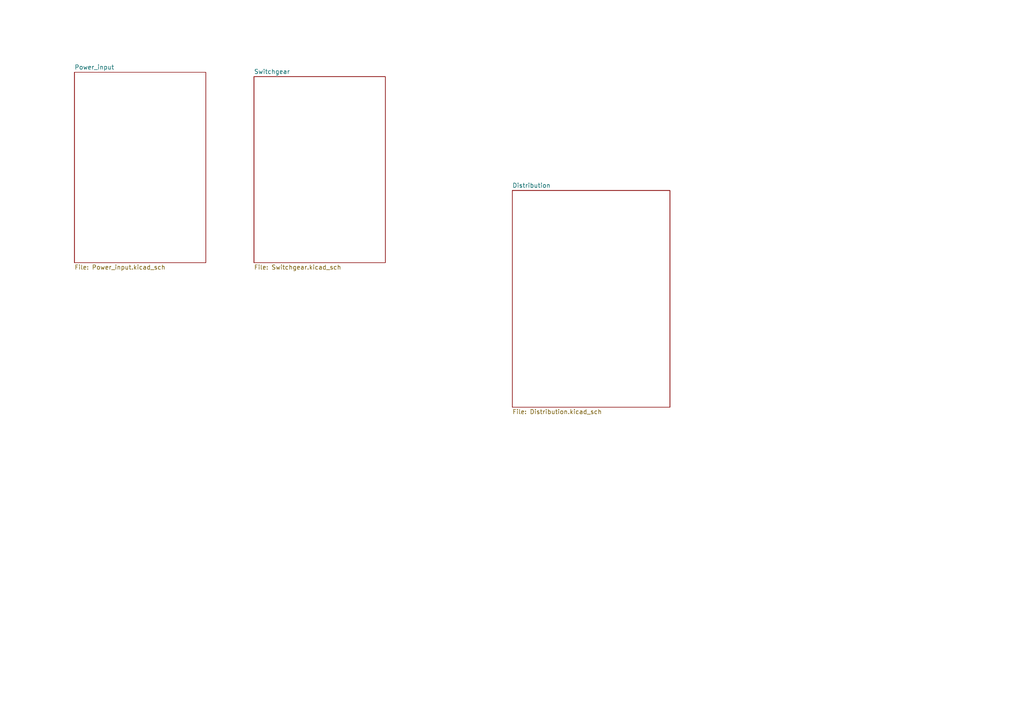
<source format=kicad_sch>
(kicad_sch (version 20211123) (generator eeschema)
  (paper "A4")
  (lib_symbols)
  (sheet (at 148.59 55.245) (size 45.72 62.865) (stroke (width 0.1524))
    (property "Sheet name" "Distribution" (at 148.59 54.5334 0) (effects (justify left bottom)))
    (property "Sheet file" "Distribution.kicad_sch" (at 148.59 118.6946 0) (effects (justify left top)))
  )
  (sheet (at 73.66 22.225) (size 38.1 53.975) (stroke (width 0.1524))
    (property "Sheet name" "Switchgear" (at 73.66 21.5134 0) (effects (justify left bottom)))
    (property "Sheet file" "Switchgear.kicad_sch" (at 73.66 76.7846 0) (effects (justify left top)))
  )
  (sheet (at 21.59 20.955) (size 38.1 55.245) (stroke (width 0.1524))
    (property "Sheet name" "Power_input" (at 21.59 20.2434 0) (effects (justify left bottom)))
    (property "Sheet file" "Power_input.kicad_sch" (at 21.59 76.7846 0) (effects (justify left top)))
  )
)
</source>
